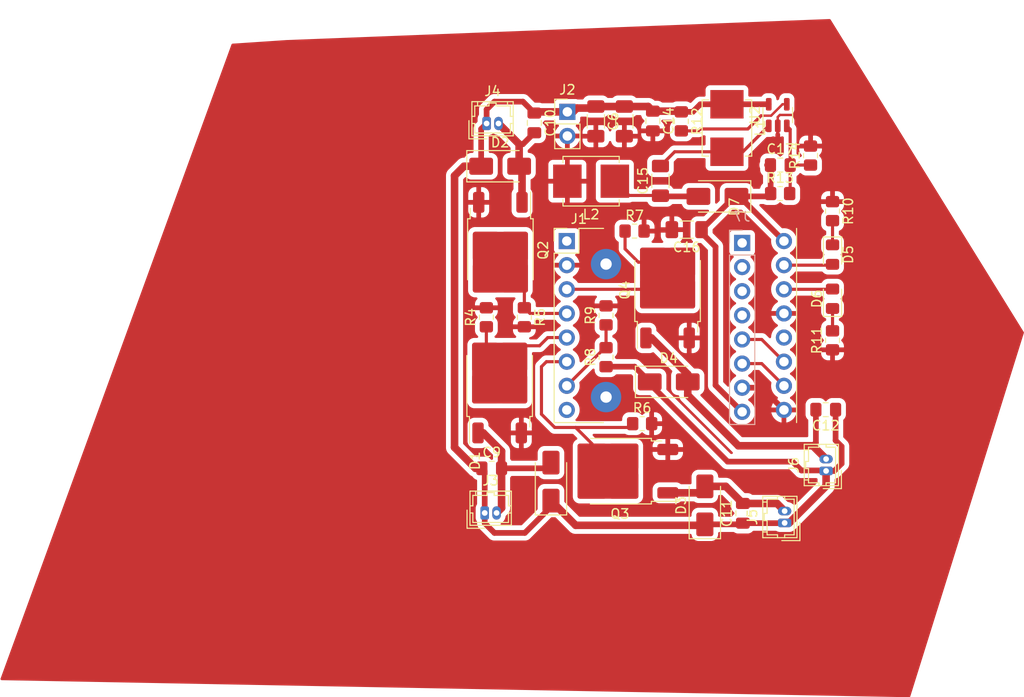
<source format=kicad_pcb>
(kicad_pcb (version 20221018) (generator pcbnew)
  (layers (0 "F.Cu" signal) (31 "B.Cu" signal) (34 "B.Paste" user) (35 "F.Paste" user) (36 "B.SilkS" user "B.Silkscreen") (37 "F.SilkS" user "F.Silkscreen") (38 "B.Mask" user) (39 "F.Mask" user) (44 "Edge.Cuts" user))
  (net 0 "")
  (net 1 "+3V3")
  (net 2 "VCC")
  (net 3 "GND")
  (net 4 "Net-(D1-A)")
  (net 5 "Net-(D2-A)")
  (net 6 "Net-(D3-A)")
  (net 7 "Net-(D4-A)")
  (net 8 "Net-(D7-A)")
  (net 9 "Net-(U2-SW)")
  (net 10 "Net-(U2-FB)")
  (net 11 "Net-(D5-K)")
  (net 12 "/GPIO16")
  (net 13 "Net-(D6-K)")
  (net 14 "/GPIO0")
  (net 15 "/5V")
  (net 16 "/GPIO12")
  (net 17 "/GPIO13")
  (net 18 "/GPIO15")
  (net 19 "/GPIO14")
  (net 20 "/GPIO2 ADC")
  (net 21 "/GPIO4 LED")
  (net 22 "/GPIO1")
  (net 23 "/GPIO3")
  (net 24 "Net-(U2-EN)")
  (footprint "Capacitor_SMD:C_1206_3216Metric_Pad1.33x1.80mm_HandSolder" (layer "F.Cu") (at 127.3375 108.65 180)
    (fp_text reference "C16" (at 0 -1.85) (layer "F.SilkS"))
    (fp_text value "10u")
    (pad "1" smd roundrect (at -1.5625 0 180) (size 1.325 1.8) (layers "F.Cu" "F.Paste" "F.Mask") (roundrect_rratio 0.188679) (net 1 "+3V3"))
    (pad "2" smd roundrect (at 1.5625 0 180) (size 1.325 1.8) (layers "F.Cu" "F.Paste" "F.Mask") (roundrect_rratio 0.188679) (net 3 "GND"))
  )
  (footprint "Connector_Hirose:Hirose_DF13-02P-1.25DSA_1x02_P1.25mm_Vertical" (layer "F.Cu") (at 142.0125 134.05 90)
    (fp_text reference "J6" (at 0.62 -3.4 90) (layer "F.SilkS"))
    (fp_text value "Motor")
    (pad "1" thru_hole roundrect (at 0 0 90) (size 0.9 1.4) (drill 0.6) (layers "*.Cu" "*.Mask") (net 2 "VCC"))
    (pad "2" thru_hole oval (at 1.25 0 90) (size 0.9 1.4) (drill 0.6) (layers "*.Cu" "*.Mask") (net 7 "Net-(D4-A)"))
  )
  (footprint "Connector_Hirose:Hirose_DF13-02P-1.25DSA_1x02_P1.25mm_Vertical" (layer "F.Cu") (at 137.64864 139.52398 90)
    (fp_text reference "J5" (at 0.62 -3.4 90) (layer "F.SilkS"))
    (fp_text value "Motor")
    (pad "1" thru_hole roundrect (at 0 0 90) (size 0.9 1.4) (drill 0.6) (layers "*.Cu" "*.Mask") (net 2 "VCC"))
    (pad "2" thru_hole oval (at 1.25 0 90) (size 0.9 1.4) (drill 0.6) (layers "*.Cu" "*.Mask") (net 6 "Net-(D3-A)"))
  )
  (footprint "Resistor_SMD:R_0805_2012Metric_Pad1.20x1.40mm_HandSolder" (layer "F.Cu") (at 140.375 100.85 90)
    (fp_text reference "R14" (at 0 -1.65 90) (layer "F.SilkS"))
    (fp_text value "5.6k" hide)
    (pad "1" smd roundrect (at -1 0 90) (size 1.2 1.4) (layers "F.Cu" "F.Paste" "F.Mask") (roundrect_rratio 0.208333) (net 10 "Net-(U2-FB)"))
    (pad "2" smd roundrect (at 1 0 90) (size 1.2 1.4) (layers "F.Cu" "F.Paste" "F.Mask") (roundrect_rratio 0.208333) (net 3 "GND"))
  )
  (footprint "Inductor_SMD:L_Murata_LQH55DN_5.7x5.0mm" (layer "F.Cu") (at 131.575 97.95 -90)
    (fp_text reference "L1" (at 0 -3.5 90) (layer "F.SilkS"))
    (fp_text value "6.8uH")
    (pad "1" smd rect (at -2.5 0 270) (size 3 3.5) (layers "F.Cu" "F.Paste" "F.Mask") (net 2 "VCC"))
    (pad "2" smd rect (at 2.5 0 270) (size 3 3.5) (layers "F.Cu" "F.Paste" "F.Mask") (net 9 "Net-(U2-SW)"))
  )
  (footprint "LED_SMD:LED_0805_2012Metric_Pad1.15x1.40mm_HandSolder" (layer "F.Cu") (at 142.69 115.925 90)
    (fp_text reference "D6" (at 0 -1.65 90) (layer "F.SilkS"))
    (fp_text value "LED")
    (pad "1" smd roundrect (at -1.025 0 90) (size 1.15 1.4) (layers "F.Cu" "F.Paste" "F.Mask") (roundrect_rratio 0.217391) (net 13 "Net-(D6-K)"))
    (pad "2" smd roundrect (at 1.025 0 90) (size 1.15 1.4) (layers "F.Cu" "F.Paste" "F.Mask") (roundrect_rratio 0.217391) (net 14 "/GPIO0"))
  )
  (footprint "Resistor_SMD:R_0805_2012Metric_Pad1.20x1.40mm_HandSolder" (layer "F.Cu") (at 122.64864 129.07398)
    (fp_text reference "R6" (at 0 -1.65) (layer "F.SilkS"))
    (fp_text value "10k")
    (pad "1" smd roundrect (at -1 0) (size 1.2 1.4) (layers "F.Cu" "F.Paste" "F.Mask") (roundrect_rratio 0.208333) (net 19 "/GPIO14"))
    (pad "2" smd roundrect (at 1 0) (size 1.2 1.4) (layers "F.Cu" "F.Paste" "F.Mask") (roundrect_rratio 0.208333) (net 3 "GND"))
  )
  (footprint "Resistor_SMD:R_0805_2012Metric_Pad1.20x1.40mm_HandSolder" (layer "F.Cu") (at 118.84864 122.07398 90)
    (fp_text reference "R8" (at 0 -1.65 90) (layer "F.SilkS"))
    (fp_text value "56kR")
    (pad "1" smd roundrect (at -1 0 90) (size 1.2 1.4) (layers "F.Cu" "F.Paste" "F.Mask") (roundrect_rratio 0.208333) (net 2 "VCC"))
    (pad "2" smd roundrect (at 1 0 90) (size 1.2 1.4) (layers "F.Cu" "F.Paste" "F.Mask") (roundrect_rratio 0.208333) (net 20 "/GPIO2 ADC"))
  )
  (footprint "Library:PinHeader_2x08_P2.54mm_Vertical" (layer "F.Cu") (at 114.715 109.85)
    (fp_text reference "J1" (at 1.27 -2.33) (layer "F.SilkS"))
    (fp_text value "ESP32 CAM")
    (pad "1" thru_hole rect (at 0 0) (size 1.7 1.7) (drill 1) (layers "*.Cu" "*.Mask") (net 15 "/5V"))
    (pad "2" thru_hole oval (at 0 2.54) (size 1.7 1.7) (drill 1) (layers "*.Cu" "*.Mask") (net 3 "GND"))
    (pad "3" thru_hole oval (at 0 5.08) (size 1.7 1.7) (drill 1) (layers "*.Cu" "*.Mask") (net 16 "/GPIO12"))
    (pad "4" thru_hole oval (at 0 7.62) (size 1.7 1.7) (drill 1) (layers "*.Cu" "*.Mask") (net 17 "/GPIO13"))
    (pad "5" thru_hole oval (at 0 10.16) (size 1.7 1.7) (drill 1) (layers "*.Cu" "*.Mask") (net 18 "/GPIO15"))
    (pad "6" thru_hole oval (at 0 12.7) (size 1.7 1.7) (drill 1) (layers "*.Cu" "*.Mask") (net 19 "/GPIO14"))
    (pad "7" thru_hole oval (at 0 15.24) (size 1.7 1.7) (drill 1) (layers "*.Cu" "*.Mask") (net 20 "/GPIO2 ADC"))
    (pad "8" thru_hole oval (at 0 17.78) (size 1.7 1.7) (drill 1) (layers "*.Cu" "*.Mask") (net 21 "/GPIO4 LED"))
    (pad "9" thru_hole oval (at 22.86 17.78) (size 1.7 1.7) (drill 1) (layers "*.Cu" "*.Mask") (net 3 "GND"))
    (pad "10" thru_hole oval (at 22.86 15.24) (size 1.7 1.7) (drill 1) (layers "*.Cu" "*.Mask") (net 22 "/GPIO1"))
    (pad "11" thru_hole oval (at 22.86 12.7) (size 1.7 1.7) (drill 1) (layers "*.Cu" "*.Mask") (net 23 "/GPIO3"))
    (pad "12" thru_hole oval (at 22.86 10.16) (size 1.7 1.7) (drill 1) (layers "*.Cu" "*.Mask"))
    (pad "13" thru_hole oval (at 22.86 7.62) (size 1.7 1.7) (drill 1) (layers "*.Cu" "*.Mask") (net 3 "GND"))
    (pad "14" thru_hole oval (at 22.86 5.08) (size 1.7 1.7) (drill 1) (layers "*.Cu" "*.Mask") (net 14 "/GPIO0"))
    (pad "15" thru_hole oval (at 22.86 2.54) (size 1.7 1.7) (drill 1) (layers "*.Cu" "*.Mask") (net 12 "/GPIO16"))
    (pad "16" thru_hole oval (at 22.86 0) (size 1.7 1.7) (drill 1) (layers "*.Cu" "*.Mask") (net 1 "+3V3"))
  )
  (footprint "Resistor_SMD:R_0805_2012Metric_Pad1.20x1.40mm_HandSolder" (layer "F.Cu") (at 118.84864 117.67398 90)
    (fp_text reference "R9" (at 0 -1.65 90) (layer "F.SilkS"))
    (fp_text value "56kR")
    (pad "1" smd roundrect (at -1 0 90) (size 1.2 1.4) (layers "F.Cu" "F.Paste" "F.Mask") (roundrect_rratio 0.208333) (net 20 "/GPIO2 ADC"))
    (pad "2" smd roundrect (at 1 0 90) (size 1.2 1.4) (layers "F.Cu" "F.Paste" "F.Mask") (roundrect_rratio 0.208333) (net 3 "GND"))
  )
  (footprint "Package_TO_SOT_SMD:SOT-23-5" (layer "F.Cu") (at 136.925 96.5875 90)
    (fp_text reference "U2" (at 0 -2.4 90) (layer "F.SilkS"))
    (fp_text value "LMR62421XMF")
    (pad "1" smd roundrect (at -1.1375 -0.95 90) (size 1.325 0.6) (layers "F.Cu" "F.Paste" "F.Mask") (net 9 "Net-(U2-SW)"))
    (pad "2" smd roundrect (at -1.1375 0 90) (size 1.325 0.6) (layers "F.Cu" "F.Paste" "F.Mask") (net 3 "GND"))
    (pad "3" smd roundrect (at -1.1375 0.95 90) (size 1.325 0.6) (layers "F.Cu" "F.Paste" "F.Mask") (net 10 "Net-(U2-FB)"))
    (pad "4" smd roundrect (at 1.1375 0.95 90) (size 1.325 0.6) (layers "F.Cu" "F.Paste" "F.Mask") (net 24 "Net-(U2-EN)"))
    (pad "5" smd roundrect (at 1.1375 -0.95 90) (size 1.325 0.6) (layers "F.Cu" "F.Paste" "F.Mask") (net 2 "VCC"))
  )
  (footprint "Resistor_SMD:R_0805_2012Metric_Pad1.20x1.40mm_HandSolder" (layer "F.Cu") (at 121.85 108.8)
    (fp_text reference "R7" (at 0 -1.65) (layer "F.SilkS"))
    (fp_text value "10k")
    (pad "1" smd roundrect (at -1 0) (size 1.2 1.4) (layers "F.Cu" "F.Paste" "F.Mask") (roundrect_rratio 0.208333) (net 16 "/GPIO12"))
    (pad "2" smd roundrect (at 1 0) (size 1.2 1.4) (layers "F.Cu" "F.Paste" "F.Mask") (roundrect_rratio 0.208333) (net 3 "GND"))
  )
  (footprint "Inductor_SMD:L_Murata_LQH55DN_5.7x5.0mm" (layer "F.Cu") (at 117.275 103.55 180)
    (fp_text reference "L2" (at 0 -3.5) (layer "F.SilkS"))
    (fp_text value "6.8uH")
    (pad "1" smd rect (at -2.5 0 180) (size 3 3.5) (layers "F.Cu" "F.Paste" "F.Mask") (net 8 "Net-(D7-A)"))
    (pad "2" smd rect (at 2.5 0 180) (size 3 3.5) (layers "F.Cu" "F.Paste" "F.Mask") (net 3 "GND"))
  )
  (footprint "Capacitor_SMD:C_0805_2012Metric_Pad1.18x1.45mm_HandSolder" (layer "F.Cu") (at 141.975 127.6 180)
    (fp_text reference "C12" (at 0 -1.68) (layer "F.SilkS"))
    (fp_text value "1u")
    (pad "1" smd roundrect (at -1.0375 0 180) (size 1.175 1.45) (layers "F.Cu" "F.Paste" "F.Mask") (roundrect_rratio 0.212766) (net 2 "VCC"))
    (pad "2" smd roundrect (at 1.0375 0 180) (size 1.175 1.45) (layers "F.Cu" "F.Paste" "F.Mask") (roundrect_rratio 0.212766) (net 7 "Net-(D4-A)"))
  )
  (footprint "Capacitor_SMD:C_0805_2012Metric_Pad1.18x1.45mm_HandSolder" (layer "F.Cu") (at 106.81216 133.77458)
    (fp_text reference "C9" (at 0 -1.68) (layer "F.SilkS"))
    (fp_text value "1u")
    (pad "1" smd roundrect (at -1.0375 0) (size 1.175 1.45) (layers "F.Cu" "F.Paste" "F.Mask") (roundrect_rratio 0.212766) (net 2 "VCC"))
    (pad "2" smd roundrect (at 1.0375 0) (size 1.175 1.45) (layers "F.Cu" "F.Paste" "F.Mask") (roundrect_rratio 0.212766) (net 4 "Net-(D1-A)"))
  )
  (footprint "Resistor_SMD:R_0805_2012Metric_Pad1.20x1.40mm_HandSolder" (layer "F.Cu") (at 142.69 106.7 -90)
    (fp_text reference "R10" (at 0 -1.65 90) (layer "F.SilkS"))
    (fp_text value "200R")
    (pad "1" smd roundrect (at -1 0 270) (size 1.2 1.4) (layers "F.Cu" "F.Paste" "F.Mask") (roundrect_rratio 0.208333) (net 3 "GND"))
    (pad "2" smd roundrect (at 1 0 270) (size 1.2 1.4) (layers "F.Cu" "F.Paste" "F.Mask") (roundrect_rratio 0.208333) (net 11 "Net-(D5-K)"))
  )
  (footprint "Diode_SMD:D_SMA" (layer "F.Cu") (at 130.575 105.15 180)
    (fp_text reference "D7" (at -1.775 -1.1 90) (layer "F.SilkS"))
    (fp_text value "D_Schottky")
    (pad "1" smd roundrect (at -2 0 180) (size 2.5 1.8) (layers "F.Cu" "F.Paste" "F.Mask") (roundrect_rratio 0.1388888889) (net 1 "+3V3"))
    (pad "2" smd roundrect (at 2 0 180) (size 2.5 1.8) (layers "F.Cu" "F.Paste" "F.Mask") (roundrect_rratio 0.1388888889) (net 8 "Net-(D7-A)"))
  )
  (footprint "Connector_PinHeader_2.54mm:PinHeader_1x02_P2.54mm_Vertical" (layer "F.Cu") (at 114.775 96.25)
    (fp_text reference "J2" (at 0 -2.33) (layer "F.SilkS"))
    (fp_text value "Battery" hide)
    (pad "1" thru_hole rect (at 0 0) (size 1.7 1.7) (drill 1) (layers "*.Cu" "*.Mask") (net 2 "VCC"))
    (pad "2" thru_hole oval (at 0 2.54) (size 1.7 1.7) (drill 1) (layers "*.Cu" "*.Mask") (net 3 "GND"))
  )
  (footprint "Resistor_SMD:R_0805_2012Metric_Pad1.20x1.40mm_HandSolder" (layer "F.Cu") (at 106.24864 117.87398 90)
    (fp_text reference "R4" (at 0 -1.65 90) (layer "F.SilkS"))
    (fp_text value "10k")
    (pad "1" smd roundrect (at -1 0 90) (size 1.2 1.4) (layers "F.Cu" "F.Paste" "F.Mask") (roundrect_rratio 0.208333) (net 18 "/GPIO15"))
    (pad "2" smd roundrect (at 1 0 90) (size 1.2 1.4) (layers "F.Cu" "F.Paste" "F.Mask") (roundrect_rratio 0.208333) (net 3 "GND"))
  )
  (footprint "Capacitor_SMD:C_1206_3216Metric_Pad1.33x1.80mm_HandSolder" (layer "F.Cu") (at 117.775 97.25 -90)
    (fp_text reference "C6" (at 0 -1.85 90) (layer "F.SilkS"))
    (fp_text value "10u" hide)
    (pad "1" smd roundrect (at -1.5625 0 270) (size 1.325 1.8) (layers "F.Cu" "F.Paste" "F.Mask") (roundrect_rratio 0.188679) (net 2 "VCC"))
    (pad "2" smd roundrect (at 1.5625 0 270) (size 1.325 1.8) (layers "F.Cu" "F.Paste" "F.Mask") (roundrect_rratio 0.188679) (net 3 "GND"))
  )
  (footprint "Capacitor_SMD:C_1206_3216Metric_Pad1.33x1.80mm_HandSolder" (layer "F.Cu") (at 120.775 97.25 -90)
    (fp_text reference "C13" hide)
    (fp_text value "10u")
    (pad "1" smd roundrect (at -1.5625 0 270) (size 1.325 1.8) (layers "F.Cu" "F.Paste" "F.Mask") (roundrect_rratio 0.188679) (net 2 "VCC"))
    (pad "2" smd roundrect (at 1.5625 0 270) (size 1.325 1.8) (layers "F.Cu" "F.Paste" "F.Mask") (roundrect_rratio 0.188679) (net 3 "GND"))
  )
  (footprint "LED_SMD:LED_0805_2012Metric_Pad1.15x1.40mm_HandSolder" (layer "F.Cu") (at 142.69 111.275 -90)
    (fp_text reference "D5" (at 0 -1.65 90) (layer "F.SilkS"))
    (fp_text value "LED")
    (pad "1" smd roundrect (at -1.025 0 270) (size 1.15 1.4) (layers "F.Cu" "F.Paste" "F.Mask") (roundrect_rratio 0.217391) (net 11 "Net-(D5-K)"))
    (pad "2" smd roundrect (at 1.025 0 270) (size 1.15 1.4) (layers "F.Cu" "F.Paste" "F.Mask") (roundrect_rratio 0.217391) (net 12 "/GPIO16"))
  )
  (footprint "Diode_SMD:D_SMA" (layer "F.Cu") (at 113.04966 135.17458 90)
    (fp_text reference "D1" (at 2.19898 -8.0006 90) (layer "F.SilkS"))
    (fp_text value "D")
    (pad "1" smd roundrect (at -2 0 90) (size 2.5 1.8) (layers "F.Cu" "F.Paste" "F.Mask") (roundrect_rratio 0.1388888889) (net 2 "VCC"))
    (pad "2" smd roundrect (at 2 0 90) (size 2.5 1.8) (layers "F.Cu" "F.Paste" "F.Mask") (roundrect_rratio 0.1388888889) (net 4 "Net-(D1-A)"))
  )
  (footprint "Package_TO_SOT_SMD:TO-252-2" (layer "F.Cu") (at 107.72364 110.81398 -90)
    (fp_text reference "Q2" (at 0 -4.5 90) (layer "F.SilkS"))
    (fp_text value "NMOS")
    (pad "1" smd roundrect (at -5.04 -2.28 270) (size 2.2 1.2) (layers "F.Cu" "F.Paste" "F.Mask") (roundrect_rratio 0.208333) (net 5 "Net-(D2-A)"))
    (pad "2" smd roundrect (at -0.415 -1.525 270) (size 3.05 2.75) (layers "F.Cu" "F.Paste") (roundrect_rratio 0.090909) (net 17 "/GPIO13"))
    (pad "2" smd roundrect (at -0.415 1.525 270) (size 3.05 2.75) (layers "F.Cu" "F.Paste") (roundrect_rratio 0.090909) (net 17 "/GPIO13"))
    (pad "2" smd roundrect (at 1.26 0 270) (size 6.4 5.8) (layers "F.Cu" "F.Mask") (roundrect_rratio 0.043103) (net 17 "/GPIO13"))
    (pad "2" smd roundrect (at 2.935 -1.525 270) (size 3.05 2.75) (layers "F.Cu" "F.Paste") (roundrect_rratio 0.090909) (net 17 "/GPIO13"))
    (pad "2" smd roundrect (at 2.935 1.525 270) (size 3.05 2.75) (layers "F.Cu" "F.Paste") (roundrect_rratio 0.090909) (net 17 "/GPIO13"))
    (pad "3" smd roundrect (at -5.04 2.28 270) (size 2.2 1.2) (layers "F.Cu" "F.Paste" "F.Mask") (roundrect_rratio 0.208333) (net 3 "GND"))
  )
  (footprint "Capacitor_SMD:C_0805_2012Metric_Pad1.18x1.45mm_HandSolder" (layer "F.Cu") (at 137.19375 101.85)
    (fp_text reference "C17" (at 0 -1.68) (layer "F.SilkS"))
    (fp_text value "2.2n")
    (pad "1" smd roundrect (at -1.0375 0) (size 1.175 1.45) (layers "F.Cu" "F.Paste" "F.Mask") (roundrect_rratio 0.212766) (net 1 "+3V3"))
    (pad "2" smd roundrect (at 1.0375 0) (size 1.175 1.45) (layers "F.Cu" "F.Paste" "F.Mask") (roundrect_rratio 0.212766) (net 10 "Net-(U2-FB)"))
  )
  (footprint "Package_TO_SOT_SMD:TO-252-2" (layer "F.Cu") (at 120.30864 134.07398 180)
    (fp_text reference "Q3" (at 0 -4.5) (layer "F.SilkS"))
    (fp_text value "NMOS")
    (pad "1" smd roundrect (at -5.04 -2.28 180) (size 2.2 1.2) (layers "F.Cu" "F.Paste" "F.Mask") (roundrect_rratio 0.208333) (net 6 "Net-(D3-A)"))
    (pad "2" smd roundrect (at -0.415 -1.525 180) (size 3.05 2.75) (layers "F.Cu" "F.Paste") (roundrect_rratio 0.090909) (net 19 "/GPIO14"))
    (pad "2" smd roundrect (at -0.415 1.525 180) (size 3.05 2.75) (layers "F.Cu" "F.Paste") (roundrect_rratio 0.090909) (net 19 "/GPIO14"))
    (pad "2" smd roundrect (at 1.26 0 180) (size 6.4 5.8) (layers "F.Cu" "F.Mask") (roundrect_rratio 0.043103) (net 19 "/GPIO14"))
    (pad "2" smd roundrect (at 2.935 -1.525 180) (size 3.05 2.75) (layers "F.Cu" "F.Paste") (roundrect_rratio 0.090909) (net 19 "/GPIO14"))
    (pad "2" smd roundrect (at 2.935 1.525 180) (size 3.05 2.75) (layers "F.Cu" "F.Paste") (roundrect_rratio 0.090909) (net 19 "/GPIO14"))
    (pad "3" smd roundrect (at -5.04 2.28 180) (size 2.2 1.2) (layers "F.Cu" "F.Paste" "F.Mask") (roundrect_rratio 0.208333) (net 3 "GND"))
  )
  (footprint "Connector_Hirose:Hirose_DF13-02P-1.25DSA_1x02_P1.25mm_Vertical" (layer "F.Cu") (at 106.07466 138.47458)
    (fp_text reference "J3" (at 0.62 -3.4) (layer "F.SilkS"))
    (fp_text value "Motor")
    (pad "1" thru_hole roundrect (at 0 0) (size 0.9 1.4) (drill 0.6) (layers "*.Cu" "*.Mask") (net 2 "VCC"))
    (pad "2" thru_hole oval (at 1.25 0) (size 0.9 1.4) (drill 0.6) (layers "*.Cu" "*.Mask") (net 4 "Net-(D1-A)"))
  )
  (footprint "Package_TO_SOT_SMD:TO-252-2" (layer "F.Cu") (at 125.32364 115.00898 90)
    (fp_text reference "Q4" (at 0 -4.5 90) (layer "F.SilkS"))
    (fp_text value "NMOS")
    (pad "1" smd roundrect (at -5.04 -2.28 90) (size 2.2 1.2) (layers "F.Cu" "F.Paste" "F.Mask") (roundrect_rratio 0.208333) (net 7 "Net-(D4-A)"))
    (pad "2" smd roundrect (at -0.415 -1.525 90) (size 3.05 2.75) (layers "F.Cu" "F.Paste") (roundrect_rratio 0.090909) (net 16 "/GPIO12"))
    (pad "2" smd roundrect (at -0.415 1.525 90) (size 3.05 2.75) (layers "F.Cu" "F.Paste") (roundrect_rratio 0.090909) (net 16 "/GPIO12"))
    (pad "2" smd roundrect (at 1.26 0 90) (size 6.4 5.8) (layers "F.Cu" "F.Mask") (roundrect_rratio 0.043103) (net 16 "/GPIO12"))
    (pad "2" smd roundrect (at 2.935 -1.525 90) (size 3.05 2.75) (layers "F.Cu" "F.Paste") (roundrect_rratio 0.090909) (net 16 "/GPIO12"))
    (pad "2" smd roundrect (at 2.935 1.525 90) (size 3.05 2.75) (layers "F.Cu" "F.Paste") (roundrect_rratio 0.090909) (net 16 "/GPIO12"))
    (pad "3" smd roundrect (at -5.04 2.28 90) (size 2.2 1.2) (layers "F.Cu" "F.Paste" "F.Mask") (roundrect_rratio 0.208333) (net 3 "GND"))
  )
  (footprint "Diode_SMD:D_SMA" (layer "F.Cu") (at 107.69966 101.97458)
    (fp_text reference "D2" (at 0 -2.5) (layer "F.SilkS"))
    (fp_text value "D")
    (pad "1" smd roundrect (at -2 0) (size 2.5 1.8) (layers "F.Cu" "F.Paste" "F.Mask") (roundrect_rratio 0.1388888889) (net 2 "VCC"))
    (pad "2" smd roundrect (at 2 0) (size 2.5 1.8) (layers "F.Cu" "F.Paste" "F.Mask") (roundrect_rratio 0.1388888889) (net 5 "Net-(D2-A)"))
  )
  (footprint "Resistor_SMD:R_0805_2012Metric_Pad1.20x1.40mm_HandSolder" (layer "F.Cu") (at 126.775 97.25 -90)
    (fp_text reference "R12" (at 0 -1.65 90) (layer "F.SilkS"))
    (fp_text value "100k")
    (pad "1" smd roundrect (at -1 0 270) (size 1.2 1.4) (layers "F.Cu" "F.Paste" "F.Mask") (roundrect_rratio 0.208333) (net 2 "VCC"))
    (pad "2" smd roundrect (at 1 0 270) (size 1.2 1.4) (layers "F.Cu" "F.Paste" "F.Mask") (roundrect_rratio 0.208333) (net 24 "Net-(U2-EN)"))
  )
  (footprint "Resistor_SMD:R_0805_2012Metric_Pad1.20x1.40mm_HandSolder" (layer "F.Cu") (at 142.69 120.3 90)
    (fp_text reference "R11" (at 0 -1.65 90) (layer "F.SilkS"))
    (fp_text value "200R")
    (pad "1" smd roundrect (at -1 0 90) (size 1.2 1.4) (layers "F.Cu" "F.Paste" "F.Mask") (roundrect_rratio 0.208333) (net 3 "GND"))
    (pad "2" smd roundrect (at 1 0 90) (size 1.2 1.4) (layers "F.Cu" "F.Paste" "F.Mask") (roundrect_rratio 0.208333) (net 13 "Net-(D6-K)"))
  )
  (footprint "Capacitor_SMD:C_1206_3216Metric_Pad1.33x1.80mm_HandSolder" (layer "F.Cu") (at 124.575 103.5125 90)
    (fp_text reference "C15" (at 0 -1.85 90) (layer "F.SilkS"))
    (fp_text value "10u")
    (pad "1" smd roundrect (at -1.5625 0 90) (size 1.325 1.8) (layers "F.Cu" "F.Paste" "F.Mask") (roundrect_rratio 0.188679) (net 8 "Net-(D7-A)"))
    (pad "2" smd roundrect (at 1.5625 0 90) (size 1.325 1.8) (layers "F.Cu" "F.Paste" "F.Mask") (roundrect_rratio 0.188679) (net 9 "Net-(U2-SW)"))
  )
  (footprint "Capacitor_SMD:C_0805_2012Metric_Pad1.18x1.45mm_HandSolder" (layer "F.Cu") (at 123.775 97.2125 -90)
    (fp_text reference "C14" (at 0 -1.68 90) (layer "F.SilkS"))
    (fp_text value "100n")
    (pad "1" smd roundrect (at -1.0375 0 270) (size 1.175 1.45) (layers "F.Cu" "F.Paste" "F.Mask") (roundrect_rratio 0.212766) (net 2 "VCC"))
    (pad "2" smd roundrect (at 1.0375 0 270) (size 1.175 1.45) (layers "F.Cu" "F.Paste" "F.Mask") (roundrect_rratio 0.212766) (net 3 "GND"))
  )
  (footprint "Connector_Hirose:Hirose_DF13-02P-1.25DSA_1x02_P1.25mm_Vertical" (layer "F.Cu") (at 106.27466 97.47458)
    (fp_text reference "J4" (at 0.62 -3.4) (layer "F.SilkS"))
    (fp_text value "Motor")
    (pad "1" thru_hole roundrect (at 0 0) (size 0.9 1.4) (drill 0.6) (layers "*.Cu" "*.Mask") (net 2 "VCC"))
    (pad "2" thru_hole oval (at 1.25 0) (size 0.9 1.4) (drill 0.6) (layers "*.Cu" "*.Mask") (net 5 "Net-(D2-A)"))
  )
  (footprint "Capacitor_SMD:C_0805_2012Metric_Pad1.18x1.45mm_HandSolder" (layer "F.Cu") (at 133.24864 138.51148 90)
    (fp_text reference "C11" (at 0 -1.68 90) (layer "F.SilkS"))
    (fp_text value "1u")
    (pad "1" smd roundrect (at -1.0375 0 90) (size 1.175 1.45) (layers "F.Cu" "F.Paste" "F.Mask") (roundrect_rratio 0.212766) (net 2 "VCC"))
    (pad "2" smd roundrect (at 1.0375 0 90) (size 1.175 1.45) (layers "F.Cu" "F.Paste" "F.Mask") (roundrect_rratio 0.212766) (net 6 "Net-(D3-A)"))
  )
  (footprint "Capacitor_SMD:C_0805_2012Metric_Pad1.18x1.45mm_HandSolder" (layer "F.Cu") (at 111.29966 97.41208 -90)
    (fp_text reference "C10" (at 0 -1.68 90) (layer "F.SilkS"))
    (fp_text value "1u")
    (pad "1" smd roundrect (at -1.0375 0 270) (size 1.175 1.45) (layers "F.Cu" "F.Paste" "F.Mask") (roundrect_rratio 0.212766) (net 2 "VCC"))
    (pad "2" smd roundrect (at 1.0375 0 270) (size 1.175 1.45) (layers "F.Cu" "F.Paste" "F.Mask") (roundrect_rratio 0.212766) (net 5 "Net-(D2-A)"))
  )
  (footprint "Diode_SMD:D_SMA" (layer "F.Cu") (at 129.24864 137.67398 90)
    (fp_text reference "D3" (at 0 -2.5 90) (layer "F.SilkS"))
    (fp_text value "D")
    (pad "1" smd roundrect (at -2 0 90) (size 2.5 1.8) (layers "F.Cu" "F.Paste" "F.Mask") (roundrect_rratio 0.1388888889) (net 2 "VCC"))
    (pad "2" smd roundrect (at 2 0 90) (size 2.5 1.8) (layers "F.Cu" "F.Paste" "F.Mask") (roundrect_rratio 0.1388888889) (net 6 "Net-(D3-A)"))
  )
  (footprint "Resistor_SMD:R_0805_2012Metric_Pad1.20x1.40mm_HandSolder" (layer "F.Cu") (at 110.24864 117.87398 -90)
    (fp_text reference "R5" (at 0 -1.65 90) (layer "F.SilkS"))
    (fp_text value "10k")
    (pad "1" smd roundrect (at -1 0 270) (size 1.2 1.4) (layers "F.Cu" "F.Paste" "F.Mask") (roundrect_rratio 0.208333) (net 17 "/GPIO13"))
    (pad "2" smd roundrect (at 1 0 270) (size 1.2 1.4) (layers "F.Cu" "F.Paste" "F.Mask") (roundrect_rratio 0.208333) (net 3 "GND"))
  )
  (footprint "Package_TO_SOT_SMD:TO-252-2" (layer "F.Cu") (at 107.64864 125.00898 90)
    (fp_text reference "Q1" hide)
    (fp_text value "NMOS")
    (pad "1" smd roundrect (at -5.04 -2.28 90) (size 2.2 1.2) (layers "F.Cu" "F.Paste" "F.Mask") (roundrect_rratio 0.208333) (net 4 "Net-(D1-A)"))
    (pad "2" smd roundrect (at -0.415 -1.525 90) (size 3.05 2.75) (layers "F.Cu" "F.Paste") (roundrect_rratio 0.090909) (net 18 "/GPIO15"))
    (pad "2" smd roundrect (at -0.415 1.525 90) (size 3.05 2.75) (layers "F.Cu" "F.Paste") (roundrect_rratio 0.090909) (net 18 "/GPIO15"))
    (pad "2" smd roundrect (at 1.26 0 90) (size 6.4 5.8) (layers "F.Cu" "F.Mask") (roundrect_rratio 0.043103) (net 18 "/GPIO15"))
    (pad "2" smd roundrect (at 2.935 -1.525 90) (size 3.05 2.75) (layers "F.Cu" "F.Paste") (roundrect_rratio 0.090909) (net 18 "/GPIO15"))
    (pad "2" smd roundrect (at 2.935 1.525 90) (size 3.05 2.75) (layers "F.Cu" "F.Paste") (roundrect_rratio 0.090909) (net 18 "/GPIO15"))
    (pad "3" smd roundrect (at -5.04 2.28 90) (size 2.2 1.2) (layers "F.Cu" "F.Paste" "F.Mask") (roundrect_rratio 0.208333) (net 3 "GND"))
  )
  (footprint "Resistor_SMD:R_0805_2012Metric_Pad1.20x1.40mm_HandSolder" (layer "F.Cu") (at 137.175 104.85)
    (fp_text reference "R13" (at 0 -1.65) (layer "F.SilkS"))
    (fp_text value "9.1k")
    (pad "1" smd roundrect (at -1 0) (size 1.2 1.4) (layers "F.Cu" "F.Paste" "F.Mask") (roundrect_rratio 0.208333) (net 1 "+3V3"))
    (pad "2" smd roundrect (at 1 0) (size 1.2 1.4) (layers "F.Cu" "F.Paste" "F.Mask") (roundrect_rratio 0.208333) (net 10 "Net-(U2-FB)"))
  )
  (footprint "Diode_SMD:D_SMA" (layer "F.Cu") (at 125.44864 124.67398)
    (fp_text reference "D4" (at 0 -2.5) (layer "F.SilkS"))
    (fp_text value "D")
    (pad "1" smd roundrect (at -2 0) (size 2.5 1.8) (layers "F.Cu" "F.Paste" "F.Mask") (roundrect_rratio 0.1388888889) (net 2 "VCC"))
    (pad "2" smd roundrect (at 2 0) (size 2.5 1.8) (layers "F.Cu" "F.Paste" "F.Mask") (roundrect_rratio 0.1388888889) (net 7 "Net-(D4-A)"))
  )
  (footprint "Connector_PinSocket_2.54mm:PinSocket_1x08_P2.54mm_Vertical" (layer "B.Cu") (at 133.175 110.05 180)
    (fp_text reference "J7" (at 0 2.77) (layer "B.SilkS") (effects (justify mirror)))
    (fp_text value "Conn_01x08")
    (pad "1" thru_hole rect (at 0 0 180) (size 1.7 1.7) (drill 1) (layers "*.Cu" "*.Mask"))
    (pad "2" thru_hole oval (at 0 -2.54 180) (size 1.7 1.7) (drill 1) (layers "*.Cu" "*.Mask"))
    (pad "3" thru_hole oval (at 0 -5.08 180) (size 1.7 1.7) (drill 1) (layers "*.Cu" "*.Mask"))
    (pad "4" thru_hole oval (at 0 -7.62 180) (size 1.7 1.7) (drill 1) (layers "*.Cu" "*.Mask"))
    (pad "5" thru_hole oval (at 0 -10.16 180) (size 1.7 1.7) (drill 1) (layers "*.Cu" "*.Mask") (net 23 "/GPIO3"))
    (pad "6" thru_hole oval (at 0 -12.7 180) (size 1.7 1.7) (drill 1) (layers "*.Cu" "*.Mask") (net 22 "/GPIO1"))
    (pad "7" thru_hole oval (at 0 -15.24 180) (size 1.7 1.7) (drill 1) (layers "*.Cu" "*.Mask") (net 3 "GND"))
    (pad "8" thru_hole oval (at 0 -17.78 180) (size 1.7 1.7) (drill 1) (layers "*.Cu" "*.Mask") (net 1 "+3V3"))
  )
  (segment (start 136.175 101.86875) (end 136.15625 101.85) (width 0.6) (layer "F.Cu") (net 1))
  (segment (start 132.775 104.95) (end 132.575 105.15) (width 0.6) (layer "F.Cu") (net 1))
  (segment (start 128.9 108.975) (end 130.375 110.45) (width 0.6) (layer "F.Cu") (net 1))
  (segment (start 128.9 108.65) (end 128.9 108.975) (width 0.6) (layer "F.Cu") (net 1))
  (segment (start 132.875 105.15) (end 132.575 105.15) (width 0.6) (layer "F.Cu") (net 1))
  (segment (start 137.575 109.85) (end 132.875 105.15) (width 0.6) (layer "F.Cu") (net 1))
  (segment (start 132.575 105.15) (end 135.875 105.15) (width 0.6) (layer "F.Cu") (net 1))
  (segment (start 130.375 110.45) (end 130.375 125.03) (width 0.6) (layer "F.Cu") (net 1))
  (segment (start 136.15625 101.85) (end 135.79375 101.85) (width 0.6) (layer "F.Cu") (net 1))
  (segment (start 130.375 125.03) (end 133.175 127.83) (width 0.6) (layer "F.Cu") (net 1))
  (segment (start 135.875 105.15) (end 136.175 104.85) (width 0.6) (layer "F.Cu") (net 1))
  (segment (start 132.575 105.15) (end 132.4 105.15) (width 0.6) (layer "F.Cu") (net 1))
  (segment (start 136.175 104.85) (end 136.175 101.86875) (width 0.6) (layer "F.Cu") (net 1))
  (segment (start 132.4 105.15) (end 128.9 108.65) (width 0.6) (layer "F.Cu") (net 1))
  (segment (start 133.175 105.75) (end 132.575 105.15) (width 0.6) (layer "F.Cu") (net 1))
  (segment (start 133.24864 139.54898) (end 137.62364 139.54898) (width 0.6) (layer "F.Cu") (net 2))
  (segment (start 110.09966 95.17458) (end 107.09966 95.17458) (width 0.6) (layer "F.Cu") (net 2))
  (segment (start 103.89966 101.97458) (end 102.89966 102.97458) (width 0.8) (layer "F.Cu") (net 2))
  (segment (start 135.975 95.45) (end 131.575 95.45) (width 0.6) (layer "F.Cu") (net 2))
  (segment (start 105.69966 101.97458) (end 103.89966 101.97458) (width 0.8) (layer "F.Cu") (net 2))
  (segment (start 106.07466 139.54958) (end 106.07466 138.47458) (width 0.6) (layer "F.Cu") (net 2))
  (segment (start 123.44864 124.67398) (end 123.44864 124.87398) (width 0.6) (layer "F.Cu") (net 2))
  (segment (start 105.69966 101.97458) (end 105.69966 98.04958) (width 0.6) (layer "F.Cu") (net 2))
  (segment (start 115.775 95.85) (end 117.6125 95.85) (width 0.8) (layer "F.Cu") (net 2))
  (segment (start 106.07466 134.07458) (end 105.77466 133.77458) (width 0.6) (layer "F.Cu") (net 2))
  (segment (start 111.29966 96.37458) (end 110.09966 95.17458) (width 0.6) (layer "F.Cu") (net 2))
  (segment (start 127.975 96.25) (end 128.775 95.45) (width 0.6) (layer "F.Cu") (net 2))
  (segment (start 126.7 96.175) (end 126.775 96.25) (width 0.8) (layer "F.Cu") (net 2))
  (segment (start 138.133564 139.52398) (end 137.64864 139.52398) (width 0.8) (layer "F.Cu") (net 2))
  (segment (start 121.84864 123.07398) (end 118.84864 123.07398) (width 0.6) (layer "F.Cu") (net 2))
  (segment (start 106.27466 95.99958) (end 106.27466 97.47458) (width 0.6) (layer "F.Cu") (net 2))
  (segment (start 113.04966 137.82458) (end 110.29966 140.57458) (width 0.6) (layer "F.Cu") (net 2))
  (segment (start 117.6125 95.85) (end 117.775 95.6875) (width 0.8) (layer "F.Cu") (net 2))
  (segment (start 129.14804 139.77458) (end 129.24864 139.67398) (width 0.8) (layer "F.Cu") (net 2))
  (segment (start 123.44864 124.87398) (end 131.64864 133.07398) (width 0.6) (layer "F.Cu") (net 2))
  (segment (start 114.775 96.25) (end 111.42424 96.25) (width 0.8) (layer "F.Cu") (net 2))
  (segment (start 102.89966 131.57458) (end 105.09966 133.77458) (width 0.8) (layer "F.Cu") (net 2))
  (segment (start 111.42424 96.25) (end 111.29966 96.37458) (width 0.8) (layer "F.Cu") (net 2))
  (segment (start 126.775 96.25) (end 127.975 96.25) (width 0.6) (layer "F.Cu") (net 2))
  (segment (start 115.375 96.25) (end 115.775 95.85) (width 0.8) (layer "F.Cu") (net 2))
  (segment (start 142.0125 134.05) (end 142.0125 135.645044) (width 0.8) (layer "F.Cu") (net 2))
  (segment (start 102.89966 102.97458) (end 102.89966 131.57458) (width 0.8) (layer "F.Cu") (net 2))
  (segment (start 123.2875 95.6875) (end 123.775 96.175) (width 0.8) (layer "F.Cu") (net 2))
  (segment (start 141.9625 134) (end 142.0125 134.05) (width 0.6) (layer "F.Cu") (net 2))
  (segment (start 139.4125 134) (end 141.9625 134) (width 0.6) (layer "F.Cu") (net 2))
  (segment (start 107.09966 95.17458) (end 106.27466 95.99958) (width 0.6) (layer "F.Cu") (net 2))
  (segment (start 113.04966 137.17458) (end 115.64966 139.77458) (width 0.8) (layer "F.Cu") (net 2))
  (segment (start 123.775 96.175) (end 126.7 96.175) (width 0.8) (layer "F.Cu") (net 2))
  (segment (start 114.775 96.25) (end 115.375 96.25) (width 0.8) (layer "F.Cu") (net 2))
  (segment (start 105.69966 98.04958) (end 106.27466 97.47458) (width 0.6) (layer "F.Cu") (net 2))
  (segment (start 129.24864 139.67398) (end 133.12364 139.67398) (width 0.6) (layer "F.Cu") (net 2))
  (segment (start 143.0125 127.6) (end 143.0125 130.83784) (width 0.6) (layer "F.Cu") (net 2))
  (segment (start 105.09966 133.77458) (end 105.77466 133.77458) (width 0.8) (layer "F.Cu") (net 2))
  (segment (start 143.64864 131.47398) (end 143.64864 133.27398) (width 0.6) (layer "F.Cu") (net 2))
  (segment (start 133.12364 139.67398) (end 133.24864 139.54898) (width 0.6) (layer "F.Cu") (net 2))
  (segment (start 106.07466 138.47458) (end 106.07466 134.07458) (width 0.6) (layer "F.Cu") (net 2))
  (segment (start 115.64966 139.77458) (end 129.14804 139.77458) (width 0.8) (layer "F.Cu") (net 2))
  (segment (start 117.775 95.6875) (end 120.775 95.6875) (width 0.8) (layer "F.Cu") (net 2))
  (segment (start 143.64864 133.27398) (end 142.87262 134.05) (width 0.6) (layer "F.Cu") (net 2))
  (segment (start 107.09966 140.57458) (end 106.07466 139.54958) (width 0.6) (layer "F.Cu") (net 2))
  (segment (start 142.87262 134.05) (end 142.0125 134.05) (width 0.6) (layer "F.Cu") (net 2))
  (segment (start 137.62364 139.54898) (end 137.64864 139.52398) (width 0.6) (layer "F.Cu") (net 2))
  (segment (start 143.0125 130.83784) (end 143.64864 131.47398) (width 0.6) (layer "F.Cu") (net 2))
  (segment (start 138.48648 133.07398) (end 139.4125 134) (width 0.6) (layer "F.Cu") (net 2))
  (segment (start 128.775 95.45) (end 131.575 95.45) (width 0.6) (layer "F.Cu") (net 2))
  (segment (start 110.29966 140.57458) (end 107.09966 140.57458) (width 0.6) (layer "F.Cu") (net 2))
  (segment (start 120.775 95.6875) (end 123.2875 95.6875) (width 0.8) (layer "F.Cu") (net 2))
  (segment (start 113.04966 137.17458) (end 113.04966 137.82458) (width 0.6) (layer "F.Cu") (net 2))
  (segment (start 142.0125 135.645044) (end 138.133564 139.52398) (width 0.8) (layer "F.Cu") (net 2))
  (segment (start 123.44864 124.67398) (end 121.84864 123.07398) (width 0.6) (layer "F.Cu") (net 2))
  (segment (start 131.64864 133.07398) (end 138.48648 133.07398) (width 0.6) (layer "F.Cu") (net 2))
  (segment (start 117.7525 98.79) (end 117.775 98.8125) (width 0.8) (layer "F.Cu") (net 3))
  (segment (start 133.175 125.29) (end 135.235 125.29) (width 0.6) (layer "F.Cu") (net 3))
  (segment (start 122.85 108.8) (end 125.625 108.8) (width 0.3302) (layer "F.Cu") (net 3))
  (segment (start 139.09966 96.57458) (end 137.141712 96.57458) (width 0.254) (layer "F.Cu") (net 3))
  (segment (start 135.235 125.29) (end 137.575 127.63) (width 0.6) (layer "F.Cu") (net 3))
  (segment (start 137.141712 96.57458) (end 136.920686 96.795606) (width 0.254) (layer "F.Cu") (net 3))
  (segment (start 136.925 96.79992) (end 136.925 97.725) (width 0.254) (layer "F.Cu") (net 3))
  (segment (start 136.920686 96.795606) (end 136.925 96.79992) (width 0.254) (layer "F.Cu") (net 3))
  (segment (start 125.625 108.8) (end 125.775 108.65) (width 0.3302) (layer "F.Cu") (net 3))
  (segment (start 123.44864 128.87398) (end 124.04864 128.87398) (width 0.3302) (layer "F.Cu") (net 3))
  (segment (start 140.49966 97.97458) (end 139.09966 96.57458) (width 0.254) (layer "F.Cu") (net 3))
  (segment (start 140.375 99.85) (end 140.49966 99.72534) (width 0.254) (layer "F.Cu") (net 3))
  (segment (start 140.49966 99.72534) (end 140.49966 97.97458) (width 0.254) (layer "F.Cu") (net 3))
  (via (at 118.84864 112.27398) (size 3.2) (drill 1.2) (layers "F.Cu" "B.Cu") (net 3))
  (via (at 118.84864 126.27398) (size 3.2) (drill 1.2) (layers "F.Cu" "B.Cu") (net 3))
  (segment (start 107.84966 133.77458) (end 107.84966 137.94958) (width 0.8) (layer "F.Cu") (net 4))
  (segment (start 107.84966 133.77458) (end 112.44966 133.77458) (width 0.6) (layer "F.Cu") (net 4))
  (segment (start 107.84966 137.94958) (end 107.32466 138.47458) (width 0.8) (layer "F.Cu") (net 4))
  (segment (start 105.36864 130.04898) (end 105.92406 130.04898) (width 0.8) (layer "F.Cu") (net 4))
  (segment (start 112.44966 133.77458) (end 113.04966 133.17458) (width 0.6) (layer "F.Cu") (net 4))
  (segment (start 107.84966 131.97458) (end 107.84966 133.77458) (width 0.8) (layer "F.Cu") (net 4))
  (segment (start 105.92406 130.04898) (end 107.84966 131.97458) (width 0.8) (layer "F.Cu") (net 4))
  (segment (start 110.00364 105.77398) (end 110.00364 102.27856) (width 0.8) (layer "F.Cu") (net 5))
  (segment (start 109.69966 101.97458) (end 109.69966 99.64958) (width 0.8) (layer "F.Cu") (net 5))
  (segment (start 110.00364 102.27856) (end 109.69966 101.97458) (width 0.8) (layer "F.Cu") (net 5))
  (segment (start 109.69966 99.64958) (end 107.52466 97.47458) (width 0.8) (layer "F.Cu") (net 5))
  (segment (start 109.69966 99.64958) (end 110.09966 99.64958) (width 0.6) (layer "F.Cu") (net 5))
  (segment (start 110.09966 99.64958) (end 111.29966 98.44958) (width 0.6) (layer "F.Cu") (net 5))
  (segment (start 125.34864 136.35398) (end 128.56864 136.35398) (width 0.8) (layer "F.Cu") (net 6))
  (segment (start 131.44864 135.67398) (end 133.24864 137.47398) (width 0.8) (layer "F.Cu") (net 6))
  (segment (start 136.84864 137.47398) (end 137.64864 138.27398) (width 0.8) (layer "F.Cu") (net 6))
  (segment (start 128.56864 136.35398) (end 129.24864 135.67398) (width 0.8) (layer "F.Cu") (net 6))
  (segment (start 133.24864 137.47398) (end 136.84864 137.47398) (width 0.8) (layer "F.Cu") (net 6))
  (segment (start 129.24864 135.67398) (end 131.44864 135.67398) (width 0.8) (layer "F.Cu") (net 6))
  (segment (start 140.9375 127.6) (end 140.9375 131.075) (width 0.6) (layer "F.Cu") (net 7))
  (segment (start 123.62364 120.04898) (end 127.44864 123.87398) (width 0.8) (layer "F.Cu") (net 7))
  (segment (start 132.77466 131.4) (end 140.6125 131.4) (width 0.8) (layer "F.Cu") (net 7))
  (segment (start 127.44864 124.67398) (end 127.44864 126.07398) (width 0.8) (layer "F.Cu") (net 7))
  (segment (start 140.6125 131.4) (end 142.0125 132.8) (width 0.8) (layer "F.Cu") (net 7))
  (segment (start 127.44864 126.07398) (end 132.77466 131.4) (width 0.8) (layer "F.Cu") (net 7))
  (segment (start 127.44864 123.87398) (end 127.44864 124.67398) (width 0.8) (layer "F.Cu") (net 7))
  (segment (start 140.9375 131.075) (end 140.6125 131.4) (width 0.6) (layer "F.Cu") (net 7))
  (segment (start 123.04364 120.04898) (end 123.62364 120.04898) (width 0.8) (layer "F.Cu") (net 7))
  (segment (start 121.275 105.05) (end 124.55 105.05) (width 0.3302) (layer "F.Cu") (net 8))
  (segment (start 124.55 105.05) (end 124.575 105.075) (width 0.3302) (layer "F.Cu") (net 8))
  (segment (start 119.975 103.75) (end 119.775 103.55) (width 0.6) (layer "F.Cu") (net 8))
  (segment (start 128.575 105.15) (end 124.65 105.15) (width 0.6) (layer "F.Cu") (net 8))
  (segment (start 119.775 103.55) (end 121.275 105.05) (width 0.3302) (layer "F.Cu") (net 8))
  (segment (start 124.65 105.15) (end 124.575 105.075) (width 0.6) (layer "F.Cu") (net 8))
  (segment (start 124.575 101.95) (end 124.575 101.55) (width 0.3302) (layer "F.Cu") (net 9))
  (segment (start 133.25 100.45) (end 131.575 100.45) (width 0.3302) (layer "F.Cu") (net 9))
  (segment (start 131.575 100.45) (end 126.075 100.45) (width 0.3302) (layer "F.Cu") (net 9))
  (segment (start 135.975 97.725) (end 133.25 100.45) (width 0.3302) (layer "F.Cu") (net 9))
  (segment (start 126.075 100.45) (end 124.575 101.95) (width 0.3302) (layer "F.Cu") (net 9))
  (segment (start 138.23125 101.85) (end 138.23125 98.08125) (width 0.3302) (layer "F.Cu") (net 10))
  (segment (start 138.23125 101.85) (end 138.23125 104.79375) (width 0.3302) (layer "F.Cu") (net 10))
  (segment (start 138.23125 104.79375) (end 138.175 104.85) (width 0.3302) (layer "F.Cu") (net 10))
  (segment (start 140.375 101.85) (end 138.23125 101.85) (width 0.3302) (layer "F.Cu") (net 10))
  (segment (start 138.23125 98.08125) (end 137.875 97.725) (width 0.3302) (layer "F.Cu") (net 10))
  (segment (start 142.69 110.25) (end 142.69 107.7) (width 0.3302) (layer "F.Cu") (net 11))
  (segment (start 137.575 112.39) (end 142.6 112.39) (width 0.3302) (layer "F.Cu") (net 12))
  (segment (start 142.6 112.39) (end 142.69 112.3) (width 0.3302) (layer "F.Cu") (net 12))
  (segment (start 142.69 116.95) (end 142.69 119.3) (width 0.3302) (layer "F.Cu") (net 13))
  (segment (start 137.575 114.93) (end 142.66 114.93) (width 0.3302) (layer "F.Cu") (net 14))
  (segment (start 142.66 114.93) (end 142.69 114.9) (width 0.3302) (layer "F.Cu") (net 14))
  (segment (start 122.24864 112.07398) (end 120.85 110.67534) (width 0.3302) (layer "F.Cu") (net 16))
  (segment (start 114.715 114.93) (end 123.30466 114.93) (width 0.3302) (layer "F.Cu") (net 16))
  (segment (start 123.30466 114.93) (end 123.79864 115.42398) (width 0.3302) (layer "F.Cu") (net 16))
  (segment (start 120.85 110.67534) (end 120.85 108.8) (width 0.3302) (layer "F.Cu") (net 16))
  (segment (start 123.79864 112.07398) (end 122.24864 112.07398) (width 0.3302) (layer "F.Cu") (net 16))
  (segment (start 110.24864 114.74898) (end 109.24864 113.74898) (width 0.3302) (layer "F.Cu") (net 17))
  (segment (start 114.715 117.47) (end 110.84466 117.47) (width 0.3302) (layer "F.Cu") (net 17))
  (segment (start 110.84466 117.47) (end 110.24864 116.87398) (width 0.3302) (layer "F.Cu") (net 17))
  (segment (start 110.24864 116.87398) (end 110.24864 114.74898) (width 0.3302) (layer "F.Cu") (net 17))
  (segment (start 114.715 120.01) (end 112.71262 120.01) (width 0.3302) (layer "F.Cu") (net 18))
  (segment (start 112.71262 120.01) (end 111.84864 120.87398) (width 0.3302) (layer "F.Cu") (net 18))
  (segment (start 106.24864 118.87398) (end 106.24864 121.94898) (width 0.3302) (layer "F.Cu") (net 18))
  (segment (start 110.37364 120.87398) (end 109.17364 122.07398) (width 0.3302) (layer "F.Cu") (net 18))
  (segment (start 106.24864 121.94898) (end 106.12364 122.07398) (width 0.3302) (layer "F.Cu") (net 18))
  (segment (start 111.84864 120.87398) (end 110.37364 120.87398) (width 0.3302) (layer "F.Cu") (net 18))
  (segment (start 112.57262 122.55) (end 112.04864 123.07398) (width 0.3302) (layer "F.Cu") (net 19))
  (segment (start 113.44864 129.47398) (end 115.64864 129.47398) (width 0.3302) (layer "F.Cu") (net 19))
  (segment (start 117.37364 131.19898) (end 117.37364 132.54898) (width 0.3302) (layer "F.Cu") (net 19))
  (segment (start 112.04864 123.07398) (end 112.04864 128.07398) (width 0.3302) (layer "F.Cu") (net 19))
  (segment (start 115.64864 129.47398) (end 117.37364 131.19898) (width 0.3302) (layer "F.Cu") (net 19))
  (segment (start 112.04864 128.07398) (end 113.44864 129.47398) (width 0.3302) (layer "F.Cu") (net 19))
  (segment (start 121.24864 129.47398) (end 121.64864 129.07398) (width 0.3302) (layer "F.Cu") (net 19))
  (segment (start 114.715 122.55) (end 112.57262 122.55) (width 0.3302) (layer "F.Cu") (net 19))
  (segment (start 115.64864 129.47398) (end 121.24864 129.47398) (width 0.3302) (layer "F.Cu") (net 19))
  (segment (start 118.73102 121.07398) (end 114.715 125.09) (width 0.3302) (layer "F.Cu") (net 20))
  (segment (start 118.84864 121.07398) (end 118.73102 121.07398) (width 0.3302) (layer "F.Cu") (net 20))
  (segment (start 118.84864 118.67398) (end 118.84864 121.07398) (width 0.3302) (layer "F.Cu") (net 20))
  (segment (start 133.175 122.75) (end 135.235 122.75) (width 0.3302) (layer "F.Cu") (net 22))
  (segment (start 135.235 122.75) (end 137.575 125.09) (width 0.3302) (layer "F.Cu") (net 22))
  (segment (start 133.175 120.21) (end 135.235 120.21) (width 0.3302) (layer "F.Cu") (net 23))
  (segment (start 135.235 120.21) (end 137.575 122.55) (width 0.3302) (layer "F.Cu") (net 23))
  (segment (start 136.22424 96.65) (end 137.42424 95.45) (width 0.254) (layer "F.Cu") (net 24))
  (segment (start 137.42424 95.45) (end 137.875 95.45) (width 0.254) (layer "F.Cu") (net 24))
  (segment (start 126.775 98.25) (end 128.575 98.25) (width 0.3302) (layer "F.Cu") (net 24))
  (segment (start 128.775 98.05) (end 133.775 98.05) (width 0.3302) (layer "F.Cu") (net 24))
  (segment (start 128.575 98.25) (end 128.775 98.05) (width 0.3302) (layer "F.Cu") (net 24))
  (segment (start 135.175 96.65) (end 136.22424 96.65) (width 0.254) (layer "F.Cu") (net 24))
  (segment (start 133.775 98.05) (end 135.175 96.65) (width 0.3302) (layer "F.Cu") (net 24))
  (zone (net 3) (net_name "GND") (layer "F.Cu") (connect_pads (clearance 0.5)) (min_thickness 0.25) (fill yes (thermal_gap 0.5) (thermal_bridge_width 0.5))
    (polygon (pts (xy 80.44864 88.87398) (xy 142.44864 86.47398) (xy 162.84864 119.47398) (xy 150.84864 157.87398) (xy 55.04864 156.07398) (xy 79.44864 89.07398) (xy 85.44864 88.67398) (xy 86.64864 84.47398) (xy 78.24864 86.27398)))
  )
)
</source>
